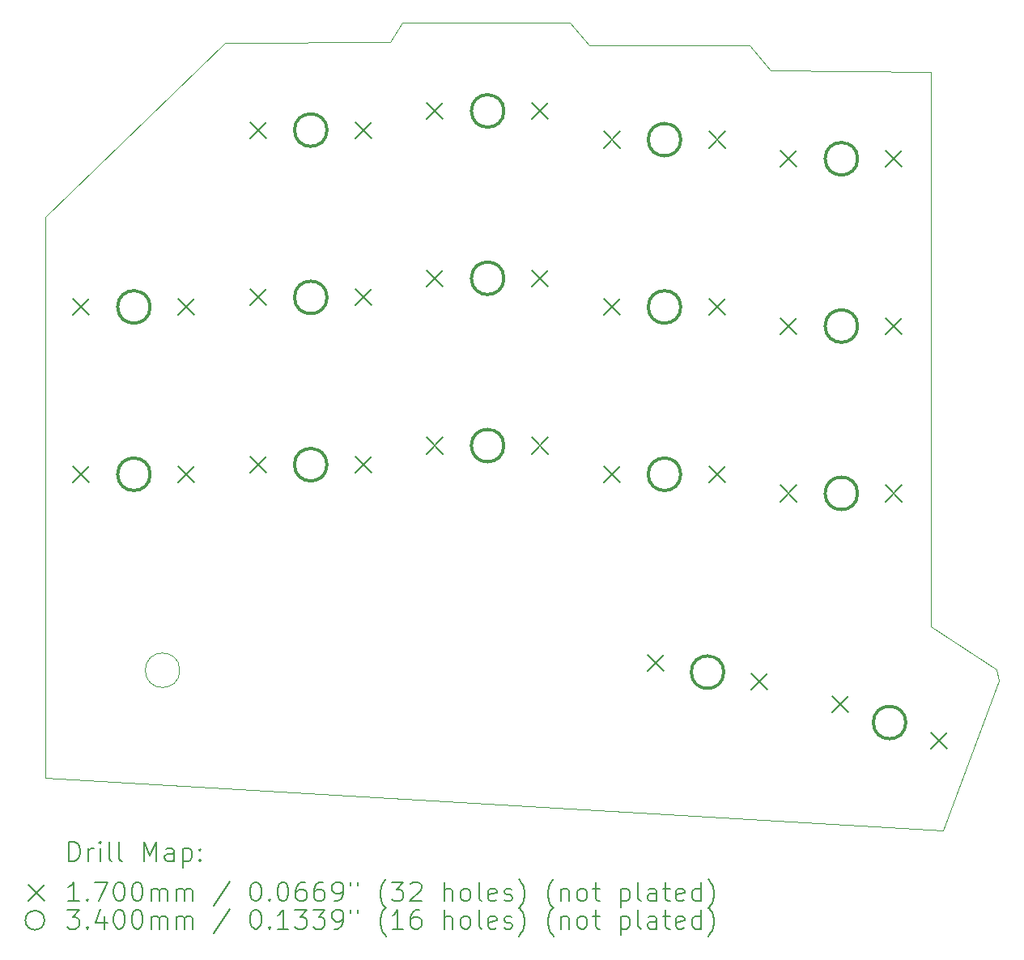
<source format=gbr>
%TF.GenerationSoftware,KiCad,Pcbnew,(6.0.7-1)-1*%
%TF.CreationDate,2022-10-31T22:34:20+08:00*%
%TF.ProjectId,kamao,6b616d61-6f2e-46b6-9963-61645f706362,rev?*%
%TF.SameCoordinates,Original*%
%TF.FileFunction,Drillmap*%
%TF.FilePolarity,Positive*%
%FSLAX45Y45*%
G04 Gerber Fmt 4.5, Leading zero omitted, Abs format (unit mm)*
G04 Created by KiCad (PCBNEW (6.0.7-1)-1) date 2022-10-31 22:34:20*
%MOMM*%
%LPD*%
G01*
G04 APERTURE LIST*
%ADD10C,0.100000*%
%ADD11C,0.200000*%
%ADD12C,0.170000*%
%ADD13C,0.340000*%
G04 APERTURE END LIST*
D10*
X330278Y39600000D02*
G75*
G03*
X330278Y39600000I-180278J0D01*
G01*
X4610000Y46140000D02*
X6290000Y46140000D01*
X6509882Y45870179D01*
X8189882Y45860179D01*
X8190000Y40060000D01*
X8870000Y39610000D01*
X8900000Y39490000D01*
X8310000Y37920000D01*
X-1080000Y38470000D01*
X-1080000Y44340000D01*
X800000Y46160000D01*
X2530000Y46170000D01*
X2660000Y46370000D01*
X4410000Y46370000D01*
X4610000Y46140000D01*
D11*
D12*
X-785000Y43485000D02*
X-615000Y43315000D01*
X-615000Y43485000D02*
X-785000Y43315000D01*
X-785000Y41735000D02*
X-615000Y41565000D01*
X-615000Y41735000D02*
X-785000Y41565000D01*
X315000Y43485000D02*
X485000Y43315000D01*
X485000Y43485000D02*
X315000Y43315000D01*
X315000Y41735000D02*
X485000Y41565000D01*
X485000Y41735000D02*
X315000Y41565000D01*
X1065000Y45335000D02*
X1235000Y45165000D01*
X1235000Y45335000D02*
X1065000Y45165000D01*
X1065000Y43585000D02*
X1235000Y43415000D01*
X1235000Y43585000D02*
X1065000Y43415000D01*
X1065000Y41835000D02*
X1235000Y41665000D01*
X1235000Y41835000D02*
X1065000Y41665000D01*
X2165000Y45335000D02*
X2335000Y45165000D01*
X2335000Y45335000D02*
X2165000Y45165000D01*
X2165000Y43585000D02*
X2335000Y43415000D01*
X2335000Y43585000D02*
X2165000Y43415000D01*
X2165000Y41835000D02*
X2335000Y41665000D01*
X2335000Y41835000D02*
X2165000Y41665000D01*
X2915000Y45535000D02*
X3085000Y45365000D01*
X3085000Y45535000D02*
X2915000Y45365000D01*
X2915000Y43785000D02*
X3085000Y43615000D01*
X3085000Y43785000D02*
X2915000Y43615000D01*
X2915000Y42035000D02*
X3085000Y41865000D01*
X3085000Y42035000D02*
X2915000Y41865000D01*
X4015000Y45535000D02*
X4185000Y45365000D01*
X4185000Y45535000D02*
X4015000Y45365000D01*
X4015000Y43785000D02*
X4185000Y43615000D01*
X4185000Y43785000D02*
X4015000Y43615000D01*
X4015000Y42035000D02*
X4185000Y41865000D01*
X4185000Y42035000D02*
X4015000Y41865000D01*
X4765000Y45235000D02*
X4935000Y45065000D01*
X4935000Y45235000D02*
X4765000Y45065000D01*
X4765000Y43485000D02*
X4935000Y43315000D01*
X4935000Y43485000D02*
X4765000Y43315000D01*
X4765000Y41735000D02*
X4935000Y41565000D01*
X4935000Y41735000D02*
X4765000Y41565000D01*
X5223356Y39760507D02*
X5393356Y39590507D01*
X5393356Y39760507D02*
X5223356Y39590507D01*
X5865000Y45235000D02*
X6035000Y45065000D01*
X6035000Y45235000D02*
X5865000Y45065000D01*
X5865000Y43485000D02*
X6035000Y43315000D01*
X6035000Y43485000D02*
X5865000Y43315000D01*
X5865000Y41735000D02*
X6035000Y41565000D01*
X6035000Y41735000D02*
X5865000Y41565000D01*
X6306644Y39569494D02*
X6476644Y39399494D01*
X6476644Y39569494D02*
X6306644Y39399494D01*
X6615000Y45035000D02*
X6785000Y44865000D01*
X6785000Y45035000D02*
X6615000Y44865000D01*
X6615000Y43285000D02*
X6785000Y43115000D01*
X6785000Y43285000D02*
X6615000Y43115000D01*
X6615000Y41535000D02*
X6785000Y41365000D01*
X6785000Y41535000D02*
X6615000Y41365000D01*
X7152078Y39325973D02*
X7322078Y39155973D01*
X7322078Y39325973D02*
X7152078Y39155973D01*
X7715000Y45035000D02*
X7885000Y44865000D01*
X7885000Y45035000D02*
X7715000Y44865000D01*
X7715000Y43285000D02*
X7885000Y43115000D01*
X7885000Y43285000D02*
X7715000Y43115000D01*
X7715000Y41535000D02*
X7885000Y41365000D01*
X7885000Y41535000D02*
X7715000Y41365000D01*
X8185740Y38949751D02*
X8355740Y38779751D01*
X8355740Y38949751D02*
X8185740Y38779751D01*
D13*
X20000Y43400000D02*
G75*
G03*
X20000Y43400000I-170000J0D01*
G01*
X20000Y41650000D02*
G75*
G03*
X20000Y41650000I-170000J0D01*
G01*
X1870000Y45250000D02*
G75*
G03*
X1870000Y45250000I-170000J0D01*
G01*
X1870000Y43500000D02*
G75*
G03*
X1870000Y43500000I-170000J0D01*
G01*
X1870000Y41750000D02*
G75*
G03*
X1870000Y41750000I-170000J0D01*
G01*
X3720000Y45450000D02*
G75*
G03*
X3720000Y45450000I-170000J0D01*
G01*
X3720000Y43700000D02*
G75*
G03*
X3720000Y43700000I-170000J0D01*
G01*
X3720000Y41950000D02*
G75*
G03*
X3720000Y41950000I-170000J0D01*
G01*
X5570000Y45150000D02*
G75*
G03*
X5570000Y45150000I-170000J0D01*
G01*
X5570000Y43400000D02*
G75*
G03*
X5570000Y43400000I-170000J0D01*
G01*
X5570000Y41650000D02*
G75*
G03*
X5570000Y41650000I-170000J0D01*
G01*
X6020000Y39580000D02*
G75*
G03*
X6020000Y39580000I-170000J0D01*
G01*
X7420000Y44950000D02*
G75*
G03*
X7420000Y44950000I-170000J0D01*
G01*
X7420000Y43200000D02*
G75*
G03*
X7420000Y43200000I-170000J0D01*
G01*
X7420000Y41450000D02*
G75*
G03*
X7420000Y41450000I-170000J0D01*
G01*
X7923909Y39052862D02*
G75*
G03*
X7923909Y39052862I-170000J0D01*
G01*
D11*
X-827381Y37604524D02*
X-827381Y37804524D01*
X-779762Y37804524D01*
X-751190Y37795000D01*
X-732143Y37775952D01*
X-722619Y37756905D01*
X-713095Y37718810D01*
X-713095Y37690238D01*
X-722619Y37652143D01*
X-732143Y37633095D01*
X-751190Y37614048D01*
X-779762Y37604524D01*
X-827381Y37604524D01*
X-627381Y37604524D02*
X-627381Y37737857D01*
X-627381Y37699762D02*
X-617857Y37718810D01*
X-608333Y37728333D01*
X-589286Y37737857D01*
X-570238Y37737857D01*
X-503571Y37604524D02*
X-503571Y37737857D01*
X-503571Y37804524D02*
X-513095Y37795000D01*
X-503571Y37785476D01*
X-494048Y37795000D01*
X-503571Y37804524D01*
X-503571Y37785476D01*
X-379762Y37604524D02*
X-398809Y37614048D01*
X-408333Y37633095D01*
X-408333Y37804524D01*
X-275000Y37604524D02*
X-294048Y37614048D01*
X-303571Y37633095D01*
X-303571Y37804524D01*
X-46428Y37604524D02*
X-46428Y37804524D01*
X20238Y37661667D01*
X86905Y37804524D01*
X86905Y37604524D01*
X267857Y37604524D02*
X267857Y37709286D01*
X258333Y37728333D01*
X239286Y37737857D01*
X201190Y37737857D01*
X182143Y37728333D01*
X267857Y37614048D02*
X248809Y37604524D01*
X201190Y37604524D01*
X182143Y37614048D01*
X172619Y37633095D01*
X172619Y37652143D01*
X182143Y37671190D01*
X201190Y37680714D01*
X248809Y37680714D01*
X267857Y37690238D01*
X363095Y37737857D02*
X363095Y37537857D01*
X363095Y37728333D02*
X382143Y37737857D01*
X420238Y37737857D01*
X439286Y37728333D01*
X448809Y37718810D01*
X458333Y37699762D01*
X458333Y37642619D01*
X448809Y37623571D01*
X439286Y37614048D01*
X420238Y37604524D01*
X382143Y37604524D01*
X363095Y37614048D01*
X544048Y37623571D02*
X553571Y37614048D01*
X544048Y37604524D01*
X534524Y37614048D01*
X544048Y37623571D01*
X544048Y37604524D01*
X544048Y37728333D02*
X553571Y37718810D01*
X544048Y37709286D01*
X534524Y37718810D01*
X544048Y37728333D01*
X544048Y37709286D01*
D12*
X-1255000Y37360000D02*
X-1085000Y37190000D01*
X-1085000Y37360000D02*
X-1255000Y37190000D01*
D11*
X-722619Y37184524D02*
X-836905Y37184524D01*
X-779762Y37184524D02*
X-779762Y37384524D01*
X-798809Y37355952D01*
X-817857Y37336905D01*
X-836905Y37327381D01*
X-636905Y37203571D02*
X-627381Y37194048D01*
X-636905Y37184524D01*
X-646429Y37194048D01*
X-636905Y37203571D01*
X-636905Y37184524D01*
X-560714Y37384524D02*
X-427381Y37384524D01*
X-513095Y37184524D01*
X-313095Y37384524D02*
X-294048Y37384524D01*
X-275000Y37375000D01*
X-265476Y37365476D01*
X-255952Y37346429D01*
X-246428Y37308333D01*
X-246428Y37260714D01*
X-255952Y37222619D01*
X-265476Y37203571D01*
X-275000Y37194048D01*
X-294048Y37184524D01*
X-313095Y37184524D01*
X-332143Y37194048D01*
X-341667Y37203571D01*
X-351190Y37222619D01*
X-360714Y37260714D01*
X-360714Y37308333D01*
X-351190Y37346429D01*
X-341667Y37365476D01*
X-332143Y37375000D01*
X-313095Y37384524D01*
X-122619Y37384524D02*
X-103571Y37384524D01*
X-84524Y37375000D01*
X-75000Y37365476D01*
X-65476Y37346429D01*
X-55952Y37308333D01*
X-55952Y37260714D01*
X-65476Y37222619D01*
X-75000Y37203571D01*
X-84524Y37194048D01*
X-103571Y37184524D01*
X-122619Y37184524D01*
X-141667Y37194048D01*
X-151190Y37203571D01*
X-160714Y37222619D01*
X-170238Y37260714D01*
X-170238Y37308333D01*
X-160714Y37346429D01*
X-151190Y37365476D01*
X-141667Y37375000D01*
X-122619Y37384524D01*
X29762Y37184524D02*
X29762Y37317857D01*
X29762Y37298810D02*
X39286Y37308333D01*
X58333Y37317857D01*
X86905Y37317857D01*
X105952Y37308333D01*
X115476Y37289286D01*
X115476Y37184524D01*
X115476Y37289286D02*
X125000Y37308333D01*
X144048Y37317857D01*
X172619Y37317857D01*
X191667Y37308333D01*
X201190Y37289286D01*
X201190Y37184524D01*
X296429Y37184524D02*
X296429Y37317857D01*
X296429Y37298810D02*
X305952Y37308333D01*
X325000Y37317857D01*
X353571Y37317857D01*
X372619Y37308333D01*
X382143Y37289286D01*
X382143Y37184524D01*
X382143Y37289286D02*
X391667Y37308333D01*
X410714Y37317857D01*
X439286Y37317857D01*
X458333Y37308333D01*
X467857Y37289286D01*
X467857Y37184524D01*
X858333Y37394048D02*
X686905Y37136905D01*
X1115476Y37384524D02*
X1134524Y37384524D01*
X1153571Y37375000D01*
X1163095Y37365476D01*
X1172619Y37346429D01*
X1182143Y37308333D01*
X1182143Y37260714D01*
X1172619Y37222619D01*
X1163095Y37203571D01*
X1153571Y37194048D01*
X1134524Y37184524D01*
X1115476Y37184524D01*
X1096429Y37194048D01*
X1086905Y37203571D01*
X1077381Y37222619D01*
X1067857Y37260714D01*
X1067857Y37308333D01*
X1077381Y37346429D01*
X1086905Y37365476D01*
X1096429Y37375000D01*
X1115476Y37384524D01*
X1267857Y37203571D02*
X1277381Y37194048D01*
X1267857Y37184524D01*
X1258333Y37194048D01*
X1267857Y37203571D01*
X1267857Y37184524D01*
X1401190Y37384524D02*
X1420238Y37384524D01*
X1439286Y37375000D01*
X1448809Y37365476D01*
X1458333Y37346429D01*
X1467857Y37308333D01*
X1467857Y37260714D01*
X1458333Y37222619D01*
X1448809Y37203571D01*
X1439286Y37194048D01*
X1420238Y37184524D01*
X1401190Y37184524D01*
X1382143Y37194048D01*
X1372619Y37203571D01*
X1363095Y37222619D01*
X1353571Y37260714D01*
X1353571Y37308333D01*
X1363095Y37346429D01*
X1372619Y37365476D01*
X1382143Y37375000D01*
X1401190Y37384524D01*
X1639286Y37384524D02*
X1601190Y37384524D01*
X1582143Y37375000D01*
X1572619Y37365476D01*
X1553571Y37336905D01*
X1544048Y37298810D01*
X1544048Y37222619D01*
X1553571Y37203571D01*
X1563095Y37194048D01*
X1582143Y37184524D01*
X1620238Y37184524D01*
X1639286Y37194048D01*
X1648809Y37203571D01*
X1658333Y37222619D01*
X1658333Y37270238D01*
X1648809Y37289286D01*
X1639286Y37298810D01*
X1620238Y37308333D01*
X1582143Y37308333D01*
X1563095Y37298810D01*
X1553571Y37289286D01*
X1544048Y37270238D01*
X1829762Y37384524D02*
X1791667Y37384524D01*
X1772619Y37375000D01*
X1763095Y37365476D01*
X1744048Y37336905D01*
X1734524Y37298810D01*
X1734524Y37222619D01*
X1744048Y37203571D01*
X1753571Y37194048D01*
X1772619Y37184524D01*
X1810714Y37184524D01*
X1829762Y37194048D01*
X1839286Y37203571D01*
X1848809Y37222619D01*
X1848809Y37270238D01*
X1839286Y37289286D01*
X1829762Y37298810D01*
X1810714Y37308333D01*
X1772619Y37308333D01*
X1753571Y37298810D01*
X1744048Y37289286D01*
X1734524Y37270238D01*
X1944048Y37184524D02*
X1982143Y37184524D01*
X2001190Y37194048D01*
X2010714Y37203571D01*
X2029762Y37232143D01*
X2039286Y37270238D01*
X2039286Y37346429D01*
X2029762Y37365476D01*
X2020238Y37375000D01*
X2001190Y37384524D01*
X1963095Y37384524D01*
X1944048Y37375000D01*
X1934524Y37365476D01*
X1925000Y37346429D01*
X1925000Y37298810D01*
X1934524Y37279762D01*
X1944048Y37270238D01*
X1963095Y37260714D01*
X2001190Y37260714D01*
X2020238Y37270238D01*
X2029762Y37279762D01*
X2039286Y37298810D01*
X2115476Y37384524D02*
X2115476Y37346429D01*
X2191667Y37384524D02*
X2191667Y37346429D01*
X2486905Y37108333D02*
X2477381Y37117857D01*
X2458333Y37146429D01*
X2448810Y37165476D01*
X2439286Y37194048D01*
X2429762Y37241667D01*
X2429762Y37279762D01*
X2439286Y37327381D01*
X2448810Y37355952D01*
X2458333Y37375000D01*
X2477381Y37403571D01*
X2486905Y37413095D01*
X2544048Y37384524D02*
X2667857Y37384524D01*
X2601190Y37308333D01*
X2629762Y37308333D01*
X2648810Y37298810D01*
X2658333Y37289286D01*
X2667857Y37270238D01*
X2667857Y37222619D01*
X2658333Y37203571D01*
X2648810Y37194048D01*
X2629762Y37184524D01*
X2572619Y37184524D01*
X2553571Y37194048D01*
X2544048Y37203571D01*
X2744048Y37365476D02*
X2753571Y37375000D01*
X2772619Y37384524D01*
X2820238Y37384524D01*
X2839286Y37375000D01*
X2848809Y37365476D01*
X2858333Y37346429D01*
X2858333Y37327381D01*
X2848809Y37298810D01*
X2734524Y37184524D01*
X2858333Y37184524D01*
X3096428Y37184524D02*
X3096428Y37384524D01*
X3182143Y37184524D02*
X3182143Y37289286D01*
X3172619Y37308333D01*
X3153571Y37317857D01*
X3125000Y37317857D01*
X3105952Y37308333D01*
X3096428Y37298810D01*
X3305952Y37184524D02*
X3286905Y37194048D01*
X3277381Y37203571D01*
X3267857Y37222619D01*
X3267857Y37279762D01*
X3277381Y37298810D01*
X3286905Y37308333D01*
X3305952Y37317857D01*
X3334524Y37317857D01*
X3353571Y37308333D01*
X3363095Y37298810D01*
X3372619Y37279762D01*
X3372619Y37222619D01*
X3363095Y37203571D01*
X3353571Y37194048D01*
X3334524Y37184524D01*
X3305952Y37184524D01*
X3486905Y37184524D02*
X3467857Y37194048D01*
X3458333Y37213095D01*
X3458333Y37384524D01*
X3639286Y37194048D02*
X3620238Y37184524D01*
X3582143Y37184524D01*
X3563095Y37194048D01*
X3553571Y37213095D01*
X3553571Y37289286D01*
X3563095Y37308333D01*
X3582143Y37317857D01*
X3620238Y37317857D01*
X3639286Y37308333D01*
X3648809Y37289286D01*
X3648809Y37270238D01*
X3553571Y37251190D01*
X3725000Y37194048D02*
X3744048Y37184524D01*
X3782143Y37184524D01*
X3801190Y37194048D01*
X3810714Y37213095D01*
X3810714Y37222619D01*
X3801190Y37241667D01*
X3782143Y37251190D01*
X3753571Y37251190D01*
X3734524Y37260714D01*
X3725000Y37279762D01*
X3725000Y37289286D01*
X3734524Y37308333D01*
X3753571Y37317857D01*
X3782143Y37317857D01*
X3801190Y37308333D01*
X3877381Y37108333D02*
X3886905Y37117857D01*
X3905952Y37146429D01*
X3915476Y37165476D01*
X3925000Y37194048D01*
X3934524Y37241667D01*
X3934524Y37279762D01*
X3925000Y37327381D01*
X3915476Y37355952D01*
X3905952Y37375000D01*
X3886905Y37403571D01*
X3877381Y37413095D01*
X4239286Y37108333D02*
X4229762Y37117857D01*
X4210714Y37146429D01*
X4201190Y37165476D01*
X4191667Y37194048D01*
X4182143Y37241667D01*
X4182143Y37279762D01*
X4191667Y37327381D01*
X4201190Y37355952D01*
X4210714Y37375000D01*
X4229762Y37403571D01*
X4239286Y37413095D01*
X4315476Y37317857D02*
X4315476Y37184524D01*
X4315476Y37298810D02*
X4325000Y37308333D01*
X4344048Y37317857D01*
X4372619Y37317857D01*
X4391667Y37308333D01*
X4401190Y37289286D01*
X4401190Y37184524D01*
X4525000Y37184524D02*
X4505952Y37194048D01*
X4496429Y37203571D01*
X4486905Y37222619D01*
X4486905Y37279762D01*
X4496429Y37298810D01*
X4505952Y37308333D01*
X4525000Y37317857D01*
X4553571Y37317857D01*
X4572619Y37308333D01*
X4582143Y37298810D01*
X4591667Y37279762D01*
X4591667Y37222619D01*
X4582143Y37203571D01*
X4572619Y37194048D01*
X4553571Y37184524D01*
X4525000Y37184524D01*
X4648810Y37317857D02*
X4725000Y37317857D01*
X4677381Y37384524D02*
X4677381Y37213095D01*
X4686905Y37194048D01*
X4705952Y37184524D01*
X4725000Y37184524D01*
X4944048Y37317857D02*
X4944048Y37117857D01*
X4944048Y37308333D02*
X4963095Y37317857D01*
X5001190Y37317857D01*
X5020238Y37308333D01*
X5029762Y37298810D01*
X5039286Y37279762D01*
X5039286Y37222619D01*
X5029762Y37203571D01*
X5020238Y37194048D01*
X5001190Y37184524D01*
X4963095Y37184524D01*
X4944048Y37194048D01*
X5153571Y37184524D02*
X5134524Y37194048D01*
X5125000Y37213095D01*
X5125000Y37384524D01*
X5315476Y37184524D02*
X5315476Y37289286D01*
X5305952Y37308333D01*
X5286905Y37317857D01*
X5248810Y37317857D01*
X5229762Y37308333D01*
X5315476Y37194048D02*
X5296429Y37184524D01*
X5248810Y37184524D01*
X5229762Y37194048D01*
X5220238Y37213095D01*
X5220238Y37232143D01*
X5229762Y37251190D01*
X5248810Y37260714D01*
X5296429Y37260714D01*
X5315476Y37270238D01*
X5382143Y37317857D02*
X5458333Y37317857D01*
X5410714Y37384524D02*
X5410714Y37213095D01*
X5420238Y37194048D01*
X5439286Y37184524D01*
X5458333Y37184524D01*
X5601190Y37194048D02*
X5582143Y37184524D01*
X5544048Y37184524D01*
X5525000Y37194048D01*
X5515476Y37213095D01*
X5515476Y37289286D01*
X5525000Y37308333D01*
X5544048Y37317857D01*
X5582143Y37317857D01*
X5601190Y37308333D01*
X5610714Y37289286D01*
X5610714Y37270238D01*
X5515476Y37251190D01*
X5782143Y37184524D02*
X5782143Y37384524D01*
X5782143Y37194048D02*
X5763095Y37184524D01*
X5725000Y37184524D01*
X5705952Y37194048D01*
X5696428Y37203571D01*
X5686905Y37222619D01*
X5686905Y37279762D01*
X5696428Y37298810D01*
X5705952Y37308333D01*
X5725000Y37317857D01*
X5763095Y37317857D01*
X5782143Y37308333D01*
X5858333Y37108333D02*
X5867857Y37117857D01*
X5886905Y37146429D01*
X5896428Y37165476D01*
X5905952Y37194048D01*
X5915476Y37241667D01*
X5915476Y37279762D01*
X5905952Y37327381D01*
X5896428Y37355952D01*
X5886905Y37375000D01*
X5867857Y37403571D01*
X5858333Y37413095D01*
X-1085000Y36985000D02*
G75*
G03*
X-1085000Y36985000I-100000J0D01*
G01*
X-846428Y37094524D02*
X-722619Y37094524D01*
X-789286Y37018333D01*
X-760714Y37018333D01*
X-741667Y37008810D01*
X-732143Y36999286D01*
X-722619Y36980238D01*
X-722619Y36932619D01*
X-732143Y36913571D01*
X-741667Y36904048D01*
X-760714Y36894524D01*
X-817857Y36894524D01*
X-836905Y36904048D01*
X-846428Y36913571D01*
X-636905Y36913571D02*
X-627381Y36904048D01*
X-636905Y36894524D01*
X-646429Y36904048D01*
X-636905Y36913571D01*
X-636905Y36894524D01*
X-455952Y37027857D02*
X-455952Y36894524D01*
X-503571Y37104048D02*
X-551190Y36961190D01*
X-427381Y36961190D01*
X-313095Y37094524D02*
X-294048Y37094524D01*
X-275000Y37085000D01*
X-265476Y37075476D01*
X-255952Y37056429D01*
X-246428Y37018333D01*
X-246428Y36970714D01*
X-255952Y36932619D01*
X-265476Y36913571D01*
X-275000Y36904048D01*
X-294048Y36894524D01*
X-313095Y36894524D01*
X-332143Y36904048D01*
X-341667Y36913571D01*
X-351190Y36932619D01*
X-360714Y36970714D01*
X-360714Y37018333D01*
X-351190Y37056429D01*
X-341667Y37075476D01*
X-332143Y37085000D01*
X-313095Y37094524D01*
X-122619Y37094524D02*
X-103571Y37094524D01*
X-84524Y37085000D01*
X-75000Y37075476D01*
X-65476Y37056429D01*
X-55952Y37018333D01*
X-55952Y36970714D01*
X-65476Y36932619D01*
X-75000Y36913571D01*
X-84524Y36904048D01*
X-103571Y36894524D01*
X-122619Y36894524D01*
X-141667Y36904048D01*
X-151190Y36913571D01*
X-160714Y36932619D01*
X-170238Y36970714D01*
X-170238Y37018333D01*
X-160714Y37056429D01*
X-151190Y37075476D01*
X-141667Y37085000D01*
X-122619Y37094524D01*
X29762Y36894524D02*
X29762Y37027857D01*
X29762Y37008810D02*
X39286Y37018333D01*
X58333Y37027857D01*
X86905Y37027857D01*
X105952Y37018333D01*
X115476Y36999286D01*
X115476Y36894524D01*
X115476Y36999286D02*
X125000Y37018333D01*
X144048Y37027857D01*
X172619Y37027857D01*
X191667Y37018333D01*
X201190Y36999286D01*
X201190Y36894524D01*
X296429Y36894524D02*
X296429Y37027857D01*
X296429Y37008810D02*
X305952Y37018333D01*
X325000Y37027857D01*
X353571Y37027857D01*
X372619Y37018333D01*
X382143Y36999286D01*
X382143Y36894524D01*
X382143Y36999286D02*
X391667Y37018333D01*
X410714Y37027857D01*
X439286Y37027857D01*
X458333Y37018333D01*
X467857Y36999286D01*
X467857Y36894524D01*
X858333Y37104048D02*
X686905Y36846905D01*
X1115476Y37094524D02*
X1134524Y37094524D01*
X1153571Y37085000D01*
X1163095Y37075476D01*
X1172619Y37056429D01*
X1182143Y37018333D01*
X1182143Y36970714D01*
X1172619Y36932619D01*
X1163095Y36913571D01*
X1153571Y36904048D01*
X1134524Y36894524D01*
X1115476Y36894524D01*
X1096429Y36904048D01*
X1086905Y36913571D01*
X1077381Y36932619D01*
X1067857Y36970714D01*
X1067857Y37018333D01*
X1077381Y37056429D01*
X1086905Y37075476D01*
X1096429Y37085000D01*
X1115476Y37094524D01*
X1267857Y36913571D02*
X1277381Y36904048D01*
X1267857Y36894524D01*
X1258333Y36904048D01*
X1267857Y36913571D01*
X1267857Y36894524D01*
X1467857Y36894524D02*
X1353571Y36894524D01*
X1410714Y36894524D02*
X1410714Y37094524D01*
X1391667Y37065952D01*
X1372619Y37046905D01*
X1353571Y37037381D01*
X1534524Y37094524D02*
X1658333Y37094524D01*
X1591667Y37018333D01*
X1620238Y37018333D01*
X1639286Y37008810D01*
X1648809Y36999286D01*
X1658333Y36980238D01*
X1658333Y36932619D01*
X1648809Y36913571D01*
X1639286Y36904048D01*
X1620238Y36894524D01*
X1563095Y36894524D01*
X1544048Y36904048D01*
X1534524Y36913571D01*
X1725000Y37094524D02*
X1848809Y37094524D01*
X1782143Y37018333D01*
X1810714Y37018333D01*
X1829762Y37008810D01*
X1839286Y36999286D01*
X1848809Y36980238D01*
X1848809Y36932619D01*
X1839286Y36913571D01*
X1829762Y36904048D01*
X1810714Y36894524D01*
X1753571Y36894524D01*
X1734524Y36904048D01*
X1725000Y36913571D01*
X1944048Y36894524D02*
X1982143Y36894524D01*
X2001190Y36904048D01*
X2010714Y36913571D01*
X2029762Y36942143D01*
X2039286Y36980238D01*
X2039286Y37056429D01*
X2029762Y37075476D01*
X2020238Y37085000D01*
X2001190Y37094524D01*
X1963095Y37094524D01*
X1944048Y37085000D01*
X1934524Y37075476D01*
X1925000Y37056429D01*
X1925000Y37008810D01*
X1934524Y36989762D01*
X1944048Y36980238D01*
X1963095Y36970714D01*
X2001190Y36970714D01*
X2020238Y36980238D01*
X2029762Y36989762D01*
X2039286Y37008810D01*
X2115476Y37094524D02*
X2115476Y37056429D01*
X2191667Y37094524D02*
X2191667Y37056429D01*
X2486905Y36818333D02*
X2477381Y36827857D01*
X2458333Y36856429D01*
X2448810Y36875476D01*
X2439286Y36904048D01*
X2429762Y36951667D01*
X2429762Y36989762D01*
X2439286Y37037381D01*
X2448810Y37065952D01*
X2458333Y37085000D01*
X2477381Y37113571D01*
X2486905Y37123095D01*
X2667857Y36894524D02*
X2553571Y36894524D01*
X2610714Y36894524D02*
X2610714Y37094524D01*
X2591667Y37065952D01*
X2572619Y37046905D01*
X2553571Y37037381D01*
X2839286Y37094524D02*
X2801190Y37094524D01*
X2782143Y37085000D01*
X2772619Y37075476D01*
X2753571Y37046905D01*
X2744048Y37008810D01*
X2744048Y36932619D01*
X2753571Y36913571D01*
X2763095Y36904048D01*
X2782143Y36894524D01*
X2820238Y36894524D01*
X2839286Y36904048D01*
X2848809Y36913571D01*
X2858333Y36932619D01*
X2858333Y36980238D01*
X2848809Y36999286D01*
X2839286Y37008810D01*
X2820238Y37018333D01*
X2782143Y37018333D01*
X2763095Y37008810D01*
X2753571Y36999286D01*
X2744048Y36980238D01*
X3096428Y36894524D02*
X3096428Y37094524D01*
X3182143Y36894524D02*
X3182143Y36999286D01*
X3172619Y37018333D01*
X3153571Y37027857D01*
X3125000Y37027857D01*
X3105952Y37018333D01*
X3096428Y37008810D01*
X3305952Y36894524D02*
X3286905Y36904048D01*
X3277381Y36913571D01*
X3267857Y36932619D01*
X3267857Y36989762D01*
X3277381Y37008810D01*
X3286905Y37018333D01*
X3305952Y37027857D01*
X3334524Y37027857D01*
X3353571Y37018333D01*
X3363095Y37008810D01*
X3372619Y36989762D01*
X3372619Y36932619D01*
X3363095Y36913571D01*
X3353571Y36904048D01*
X3334524Y36894524D01*
X3305952Y36894524D01*
X3486905Y36894524D02*
X3467857Y36904048D01*
X3458333Y36923095D01*
X3458333Y37094524D01*
X3639286Y36904048D02*
X3620238Y36894524D01*
X3582143Y36894524D01*
X3563095Y36904048D01*
X3553571Y36923095D01*
X3553571Y36999286D01*
X3563095Y37018333D01*
X3582143Y37027857D01*
X3620238Y37027857D01*
X3639286Y37018333D01*
X3648809Y36999286D01*
X3648809Y36980238D01*
X3553571Y36961190D01*
X3725000Y36904048D02*
X3744048Y36894524D01*
X3782143Y36894524D01*
X3801190Y36904048D01*
X3810714Y36923095D01*
X3810714Y36932619D01*
X3801190Y36951667D01*
X3782143Y36961190D01*
X3753571Y36961190D01*
X3734524Y36970714D01*
X3725000Y36989762D01*
X3725000Y36999286D01*
X3734524Y37018333D01*
X3753571Y37027857D01*
X3782143Y37027857D01*
X3801190Y37018333D01*
X3877381Y36818333D02*
X3886905Y36827857D01*
X3905952Y36856429D01*
X3915476Y36875476D01*
X3925000Y36904048D01*
X3934524Y36951667D01*
X3934524Y36989762D01*
X3925000Y37037381D01*
X3915476Y37065952D01*
X3905952Y37085000D01*
X3886905Y37113571D01*
X3877381Y37123095D01*
X4239286Y36818333D02*
X4229762Y36827857D01*
X4210714Y36856429D01*
X4201190Y36875476D01*
X4191667Y36904048D01*
X4182143Y36951667D01*
X4182143Y36989762D01*
X4191667Y37037381D01*
X4201190Y37065952D01*
X4210714Y37085000D01*
X4229762Y37113571D01*
X4239286Y37123095D01*
X4315476Y37027857D02*
X4315476Y36894524D01*
X4315476Y37008810D02*
X4325000Y37018333D01*
X4344048Y37027857D01*
X4372619Y37027857D01*
X4391667Y37018333D01*
X4401190Y36999286D01*
X4401190Y36894524D01*
X4525000Y36894524D02*
X4505952Y36904048D01*
X4496429Y36913571D01*
X4486905Y36932619D01*
X4486905Y36989762D01*
X4496429Y37008810D01*
X4505952Y37018333D01*
X4525000Y37027857D01*
X4553571Y37027857D01*
X4572619Y37018333D01*
X4582143Y37008810D01*
X4591667Y36989762D01*
X4591667Y36932619D01*
X4582143Y36913571D01*
X4572619Y36904048D01*
X4553571Y36894524D01*
X4525000Y36894524D01*
X4648810Y37027857D02*
X4725000Y37027857D01*
X4677381Y37094524D02*
X4677381Y36923095D01*
X4686905Y36904048D01*
X4705952Y36894524D01*
X4725000Y36894524D01*
X4944048Y37027857D02*
X4944048Y36827857D01*
X4944048Y37018333D02*
X4963095Y37027857D01*
X5001190Y37027857D01*
X5020238Y37018333D01*
X5029762Y37008810D01*
X5039286Y36989762D01*
X5039286Y36932619D01*
X5029762Y36913571D01*
X5020238Y36904048D01*
X5001190Y36894524D01*
X4963095Y36894524D01*
X4944048Y36904048D01*
X5153571Y36894524D02*
X5134524Y36904048D01*
X5125000Y36923095D01*
X5125000Y37094524D01*
X5315476Y36894524D02*
X5315476Y36999286D01*
X5305952Y37018333D01*
X5286905Y37027857D01*
X5248810Y37027857D01*
X5229762Y37018333D01*
X5315476Y36904048D02*
X5296429Y36894524D01*
X5248810Y36894524D01*
X5229762Y36904048D01*
X5220238Y36923095D01*
X5220238Y36942143D01*
X5229762Y36961190D01*
X5248810Y36970714D01*
X5296429Y36970714D01*
X5315476Y36980238D01*
X5382143Y37027857D02*
X5458333Y37027857D01*
X5410714Y37094524D02*
X5410714Y36923095D01*
X5420238Y36904048D01*
X5439286Y36894524D01*
X5458333Y36894524D01*
X5601190Y36904048D02*
X5582143Y36894524D01*
X5544048Y36894524D01*
X5525000Y36904048D01*
X5515476Y36923095D01*
X5515476Y36999286D01*
X5525000Y37018333D01*
X5544048Y37027857D01*
X5582143Y37027857D01*
X5601190Y37018333D01*
X5610714Y36999286D01*
X5610714Y36980238D01*
X5515476Y36961190D01*
X5782143Y36894524D02*
X5782143Y37094524D01*
X5782143Y36904048D02*
X5763095Y36894524D01*
X5725000Y36894524D01*
X5705952Y36904048D01*
X5696428Y36913571D01*
X5686905Y36932619D01*
X5686905Y36989762D01*
X5696428Y37008810D01*
X5705952Y37018333D01*
X5725000Y37027857D01*
X5763095Y37027857D01*
X5782143Y37018333D01*
X5858333Y36818333D02*
X5867857Y36827857D01*
X5886905Y36856429D01*
X5896428Y36875476D01*
X5905952Y36904048D01*
X5915476Y36951667D01*
X5915476Y36989762D01*
X5905952Y37037381D01*
X5896428Y37065952D01*
X5886905Y37085000D01*
X5867857Y37113571D01*
X5858333Y37123095D01*
M02*

</source>
